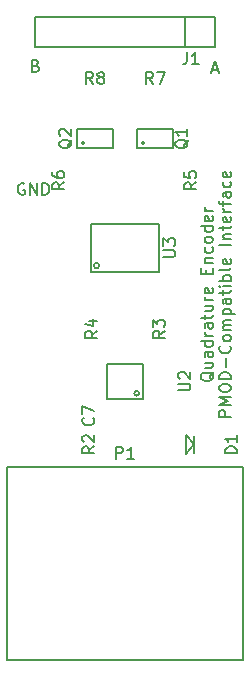
<source format=gbr>
G04 #@! TF.FileFunction,Legend,Top*
%FSLAX46Y46*%
G04 Gerber Fmt 4.6, Leading zero omitted, Abs format (unit mm)*
G04 Created by KiCad (PCBNEW no-vcs-found-product) date Fri 17 Jul 2015 01:59:30 PM CDT*
%MOMM*%
G01*
G04 APERTURE LIST*
%ADD10C,0.100000*%
%ADD11C,0.150000*%
G04 APERTURE END LIST*
D10*
D11*
X133757619Y-101313430D02*
X133710000Y-101408668D01*
X133614762Y-101503906D01*
X133471905Y-101646763D01*
X133424286Y-101742002D01*
X133424286Y-101837240D01*
X133662381Y-101789621D02*
X133614762Y-101884859D01*
X133519524Y-101980097D01*
X133329048Y-102027716D01*
X132995714Y-102027716D01*
X132805238Y-101980097D01*
X132710000Y-101884859D01*
X132662381Y-101789621D01*
X132662381Y-101599144D01*
X132710000Y-101503906D01*
X132805238Y-101408668D01*
X132995714Y-101361049D01*
X133329048Y-101361049D01*
X133519524Y-101408668D01*
X133614762Y-101503906D01*
X133662381Y-101599144D01*
X133662381Y-101789621D01*
X132995714Y-100503906D02*
X133662381Y-100503906D01*
X132995714Y-100932478D02*
X133519524Y-100932478D01*
X133614762Y-100884859D01*
X133662381Y-100789621D01*
X133662381Y-100646763D01*
X133614762Y-100551525D01*
X133567143Y-100503906D01*
X133662381Y-99599144D02*
X133138571Y-99599144D01*
X133043333Y-99646763D01*
X132995714Y-99742001D01*
X132995714Y-99932478D01*
X133043333Y-100027716D01*
X133614762Y-99599144D02*
X133662381Y-99694382D01*
X133662381Y-99932478D01*
X133614762Y-100027716D01*
X133519524Y-100075335D01*
X133424286Y-100075335D01*
X133329048Y-100027716D01*
X133281429Y-99932478D01*
X133281429Y-99694382D01*
X133233810Y-99599144D01*
X133662381Y-98694382D02*
X132662381Y-98694382D01*
X133614762Y-98694382D02*
X133662381Y-98789620D01*
X133662381Y-98980097D01*
X133614762Y-99075335D01*
X133567143Y-99122954D01*
X133471905Y-99170573D01*
X133186190Y-99170573D01*
X133090952Y-99122954D01*
X133043333Y-99075335D01*
X132995714Y-98980097D01*
X132995714Y-98789620D01*
X133043333Y-98694382D01*
X133662381Y-98218192D02*
X132995714Y-98218192D01*
X133186190Y-98218192D02*
X133090952Y-98170573D01*
X133043333Y-98122954D01*
X132995714Y-98027716D01*
X132995714Y-97932477D01*
X133662381Y-97170572D02*
X133138571Y-97170572D01*
X133043333Y-97218191D01*
X132995714Y-97313429D01*
X132995714Y-97503906D01*
X133043333Y-97599144D01*
X133614762Y-97170572D02*
X133662381Y-97265810D01*
X133662381Y-97503906D01*
X133614762Y-97599144D01*
X133519524Y-97646763D01*
X133424286Y-97646763D01*
X133329048Y-97599144D01*
X133281429Y-97503906D01*
X133281429Y-97265810D01*
X133233810Y-97170572D01*
X132995714Y-96837239D02*
X132995714Y-96456287D01*
X132662381Y-96694382D02*
X133519524Y-96694382D01*
X133614762Y-96646763D01*
X133662381Y-96551525D01*
X133662381Y-96456287D01*
X132995714Y-95694381D02*
X133662381Y-95694381D01*
X132995714Y-96122953D02*
X133519524Y-96122953D01*
X133614762Y-96075334D01*
X133662381Y-95980096D01*
X133662381Y-95837238D01*
X133614762Y-95742000D01*
X133567143Y-95694381D01*
X133662381Y-95218191D02*
X132995714Y-95218191D01*
X133186190Y-95218191D02*
X133090952Y-95170572D01*
X133043333Y-95122953D01*
X132995714Y-95027715D01*
X132995714Y-94932476D01*
X133614762Y-94218190D02*
X133662381Y-94313428D01*
X133662381Y-94503905D01*
X133614762Y-94599143D01*
X133519524Y-94646762D01*
X133138571Y-94646762D01*
X133043333Y-94599143D01*
X132995714Y-94503905D01*
X132995714Y-94313428D01*
X133043333Y-94218190D01*
X133138571Y-94170571D01*
X133233810Y-94170571D01*
X133329048Y-94646762D01*
X133138571Y-92980095D02*
X133138571Y-92646761D01*
X133662381Y-92503904D02*
X133662381Y-92980095D01*
X132662381Y-92980095D01*
X132662381Y-92503904D01*
X132995714Y-92075333D02*
X133662381Y-92075333D01*
X133090952Y-92075333D02*
X133043333Y-92027714D01*
X132995714Y-91932476D01*
X132995714Y-91789618D01*
X133043333Y-91694380D01*
X133138571Y-91646761D01*
X133662381Y-91646761D01*
X133614762Y-90741999D02*
X133662381Y-90837237D01*
X133662381Y-91027714D01*
X133614762Y-91122952D01*
X133567143Y-91170571D01*
X133471905Y-91218190D01*
X133186190Y-91218190D01*
X133090952Y-91170571D01*
X133043333Y-91122952D01*
X132995714Y-91027714D01*
X132995714Y-90837237D01*
X133043333Y-90741999D01*
X133662381Y-90170571D02*
X133614762Y-90265809D01*
X133567143Y-90313428D01*
X133471905Y-90361047D01*
X133186190Y-90361047D01*
X133090952Y-90313428D01*
X133043333Y-90265809D01*
X132995714Y-90170571D01*
X132995714Y-90027713D01*
X133043333Y-89932475D01*
X133090952Y-89884856D01*
X133186190Y-89837237D01*
X133471905Y-89837237D01*
X133567143Y-89884856D01*
X133614762Y-89932475D01*
X133662381Y-90027713D01*
X133662381Y-90170571D01*
X133662381Y-88980094D02*
X132662381Y-88980094D01*
X133614762Y-88980094D02*
X133662381Y-89075332D01*
X133662381Y-89265809D01*
X133614762Y-89361047D01*
X133567143Y-89408666D01*
X133471905Y-89456285D01*
X133186190Y-89456285D01*
X133090952Y-89408666D01*
X133043333Y-89361047D01*
X132995714Y-89265809D01*
X132995714Y-89075332D01*
X133043333Y-88980094D01*
X133614762Y-88122951D02*
X133662381Y-88218189D01*
X133662381Y-88408666D01*
X133614762Y-88503904D01*
X133519524Y-88551523D01*
X133138571Y-88551523D01*
X133043333Y-88503904D01*
X132995714Y-88408666D01*
X132995714Y-88218189D01*
X133043333Y-88122951D01*
X133138571Y-88075332D01*
X133233810Y-88075332D01*
X133329048Y-88551523D01*
X133662381Y-87646761D02*
X132995714Y-87646761D01*
X133186190Y-87646761D02*
X133090952Y-87599142D01*
X133043333Y-87551523D01*
X132995714Y-87456285D01*
X132995714Y-87361046D01*
X135212381Y-105099144D02*
X134212381Y-105099144D01*
X134212381Y-104718191D01*
X134260000Y-104622953D01*
X134307619Y-104575334D01*
X134402857Y-104527715D01*
X134545714Y-104527715D01*
X134640952Y-104575334D01*
X134688571Y-104622953D01*
X134736190Y-104718191D01*
X134736190Y-105099144D01*
X135212381Y-104099144D02*
X134212381Y-104099144D01*
X134926667Y-103765810D01*
X134212381Y-103432477D01*
X135212381Y-103432477D01*
X134212381Y-102765811D02*
X134212381Y-102575334D01*
X134260000Y-102480096D01*
X134355238Y-102384858D01*
X134545714Y-102337239D01*
X134879048Y-102337239D01*
X135069524Y-102384858D01*
X135164762Y-102480096D01*
X135212381Y-102575334D01*
X135212381Y-102765811D01*
X135164762Y-102861049D01*
X135069524Y-102956287D01*
X134879048Y-103003906D01*
X134545714Y-103003906D01*
X134355238Y-102956287D01*
X134260000Y-102861049D01*
X134212381Y-102765811D01*
X135212381Y-101908668D02*
X134212381Y-101908668D01*
X134212381Y-101670573D01*
X134260000Y-101527715D01*
X134355238Y-101432477D01*
X134450476Y-101384858D01*
X134640952Y-101337239D01*
X134783810Y-101337239D01*
X134974286Y-101384858D01*
X135069524Y-101432477D01*
X135164762Y-101527715D01*
X135212381Y-101670573D01*
X135212381Y-101908668D01*
X134831429Y-100908668D02*
X134831429Y-100146763D01*
X135117143Y-99099144D02*
X135164762Y-99146763D01*
X135212381Y-99289620D01*
X135212381Y-99384858D01*
X135164762Y-99527716D01*
X135069524Y-99622954D01*
X134974286Y-99670573D01*
X134783810Y-99718192D01*
X134640952Y-99718192D01*
X134450476Y-99670573D01*
X134355238Y-99622954D01*
X134260000Y-99527716D01*
X134212381Y-99384858D01*
X134212381Y-99289620D01*
X134260000Y-99146763D01*
X134307619Y-99099144D01*
X135212381Y-98527716D02*
X135164762Y-98622954D01*
X135117143Y-98670573D01*
X135021905Y-98718192D01*
X134736190Y-98718192D01*
X134640952Y-98670573D01*
X134593333Y-98622954D01*
X134545714Y-98527716D01*
X134545714Y-98384858D01*
X134593333Y-98289620D01*
X134640952Y-98242001D01*
X134736190Y-98194382D01*
X135021905Y-98194382D01*
X135117143Y-98242001D01*
X135164762Y-98289620D01*
X135212381Y-98384858D01*
X135212381Y-98527716D01*
X135212381Y-97765811D02*
X134545714Y-97765811D01*
X134640952Y-97765811D02*
X134593333Y-97718192D01*
X134545714Y-97622954D01*
X134545714Y-97480096D01*
X134593333Y-97384858D01*
X134688571Y-97337239D01*
X135212381Y-97337239D01*
X134688571Y-97337239D02*
X134593333Y-97289620D01*
X134545714Y-97194382D01*
X134545714Y-97051525D01*
X134593333Y-96956287D01*
X134688571Y-96908668D01*
X135212381Y-96908668D01*
X134545714Y-96432478D02*
X135545714Y-96432478D01*
X134593333Y-96432478D02*
X134545714Y-96337240D01*
X134545714Y-96146763D01*
X134593333Y-96051525D01*
X134640952Y-96003906D01*
X134736190Y-95956287D01*
X135021905Y-95956287D01*
X135117143Y-96003906D01*
X135164762Y-96051525D01*
X135212381Y-96146763D01*
X135212381Y-96337240D01*
X135164762Y-96432478D01*
X135212381Y-95099144D02*
X134688571Y-95099144D01*
X134593333Y-95146763D01*
X134545714Y-95242001D01*
X134545714Y-95432478D01*
X134593333Y-95527716D01*
X135164762Y-95099144D02*
X135212381Y-95194382D01*
X135212381Y-95432478D01*
X135164762Y-95527716D01*
X135069524Y-95575335D01*
X134974286Y-95575335D01*
X134879048Y-95527716D01*
X134831429Y-95432478D01*
X134831429Y-95194382D01*
X134783810Y-95099144D01*
X134545714Y-94765811D02*
X134545714Y-94384859D01*
X134212381Y-94622954D02*
X135069524Y-94622954D01*
X135164762Y-94575335D01*
X135212381Y-94480097D01*
X135212381Y-94384859D01*
X135212381Y-94051525D02*
X134545714Y-94051525D01*
X134212381Y-94051525D02*
X134260000Y-94099144D01*
X134307619Y-94051525D01*
X134260000Y-94003906D01*
X134212381Y-94051525D01*
X134307619Y-94051525D01*
X135212381Y-93575335D02*
X134212381Y-93575335D01*
X134593333Y-93575335D02*
X134545714Y-93480097D01*
X134545714Y-93289620D01*
X134593333Y-93194382D01*
X134640952Y-93146763D01*
X134736190Y-93099144D01*
X135021905Y-93099144D01*
X135117143Y-93146763D01*
X135164762Y-93194382D01*
X135212381Y-93289620D01*
X135212381Y-93480097D01*
X135164762Y-93575335D01*
X135212381Y-92527716D02*
X135164762Y-92622954D01*
X135069524Y-92670573D01*
X134212381Y-92670573D01*
X135164762Y-91765810D02*
X135212381Y-91861048D01*
X135212381Y-92051525D01*
X135164762Y-92146763D01*
X135069524Y-92194382D01*
X134688571Y-92194382D01*
X134593333Y-92146763D01*
X134545714Y-92051525D01*
X134545714Y-91861048D01*
X134593333Y-91765810D01*
X134688571Y-91718191D01*
X134783810Y-91718191D01*
X134879048Y-92194382D01*
X135212381Y-90527715D02*
X134212381Y-90527715D01*
X134545714Y-90051525D02*
X135212381Y-90051525D01*
X134640952Y-90051525D02*
X134593333Y-90003906D01*
X134545714Y-89908668D01*
X134545714Y-89765810D01*
X134593333Y-89670572D01*
X134688571Y-89622953D01*
X135212381Y-89622953D01*
X134545714Y-89289620D02*
X134545714Y-88908668D01*
X134212381Y-89146763D02*
X135069524Y-89146763D01*
X135164762Y-89099144D01*
X135212381Y-89003906D01*
X135212381Y-88908668D01*
X135164762Y-88194381D02*
X135212381Y-88289619D01*
X135212381Y-88480096D01*
X135164762Y-88575334D01*
X135069524Y-88622953D01*
X134688571Y-88622953D01*
X134593333Y-88575334D01*
X134545714Y-88480096D01*
X134545714Y-88289619D01*
X134593333Y-88194381D01*
X134688571Y-88146762D01*
X134783810Y-88146762D01*
X134879048Y-88622953D01*
X135212381Y-87718191D02*
X134545714Y-87718191D01*
X134736190Y-87718191D02*
X134640952Y-87670572D01*
X134593333Y-87622953D01*
X134545714Y-87527715D01*
X134545714Y-87432476D01*
X134545714Y-87242000D02*
X134545714Y-86861048D01*
X135212381Y-87099143D02*
X134355238Y-87099143D01*
X134260000Y-87051524D01*
X134212381Y-86956286D01*
X134212381Y-86861048D01*
X135212381Y-86099142D02*
X134688571Y-86099142D01*
X134593333Y-86146761D01*
X134545714Y-86241999D01*
X134545714Y-86432476D01*
X134593333Y-86527714D01*
X135164762Y-86099142D02*
X135212381Y-86194380D01*
X135212381Y-86432476D01*
X135164762Y-86527714D01*
X135069524Y-86575333D01*
X134974286Y-86575333D01*
X134879048Y-86527714D01*
X134831429Y-86432476D01*
X134831429Y-86194380D01*
X134783810Y-86099142D01*
X135164762Y-85194380D02*
X135212381Y-85289618D01*
X135212381Y-85480095D01*
X135164762Y-85575333D01*
X135117143Y-85622952D01*
X135021905Y-85670571D01*
X134736190Y-85670571D01*
X134640952Y-85622952D01*
X134593333Y-85575333D01*
X134545714Y-85480095D01*
X134545714Y-85289618D01*
X134593333Y-85194380D01*
X135164762Y-84384856D02*
X135212381Y-84480094D01*
X135212381Y-84670571D01*
X135164762Y-84765809D01*
X135069524Y-84813428D01*
X134688571Y-84813428D01*
X134593333Y-84765809D01*
X134545714Y-84670571D01*
X134545714Y-84480094D01*
X134593333Y-84384856D01*
X134688571Y-84337237D01*
X134783810Y-84337237D01*
X134879048Y-84813428D01*
X117729096Y-85352000D02*
X117633858Y-85304381D01*
X117491001Y-85304381D01*
X117348143Y-85352000D01*
X117252905Y-85447238D01*
X117205286Y-85542476D01*
X117157667Y-85732952D01*
X117157667Y-85875810D01*
X117205286Y-86066286D01*
X117252905Y-86161524D01*
X117348143Y-86256762D01*
X117491001Y-86304381D01*
X117586239Y-86304381D01*
X117729096Y-86256762D01*
X117776715Y-86209143D01*
X117776715Y-85875810D01*
X117586239Y-85875810D01*
X118205286Y-86304381D02*
X118205286Y-85304381D01*
X118776715Y-86304381D01*
X118776715Y-85304381D01*
X119252905Y-86304381D02*
X119252905Y-85304381D01*
X119491000Y-85304381D01*
X119633858Y-85352000D01*
X119729096Y-85447238D01*
X119776715Y-85542476D01*
X119824334Y-85732952D01*
X119824334Y-85875810D01*
X119776715Y-86066286D01*
X119729096Y-86161524D01*
X119633858Y-86256762D01*
X119491000Y-86304381D01*
X119252905Y-86304381D01*
X118689429Y-75366571D02*
X118832286Y-75414190D01*
X118879905Y-75461810D01*
X118927524Y-75557048D01*
X118927524Y-75699905D01*
X118879905Y-75795143D01*
X118832286Y-75842762D01*
X118737048Y-75890381D01*
X118356095Y-75890381D01*
X118356095Y-74890381D01*
X118689429Y-74890381D01*
X118784667Y-74938000D01*
X118832286Y-74985619D01*
X118879905Y-75080857D01*
X118879905Y-75176095D01*
X118832286Y-75271333D01*
X118784667Y-75318952D01*
X118689429Y-75366571D01*
X118356095Y-75366571D01*
X133619905Y-75731667D02*
X134096096Y-75731667D01*
X133524667Y-76017381D02*
X133858000Y-75017381D01*
X134191334Y-76017381D01*
X132126000Y-108042000D02*
X132126000Y-108142000D01*
X132126000Y-106742000D02*
X132126000Y-108042000D01*
X132126000Y-107442000D02*
X131426000Y-106642000D01*
X131426000Y-108242000D02*
X132126000Y-107442000D01*
X131426000Y-108242000D02*
X131426000Y-106642000D01*
X131318000Y-71247000D02*
X131318000Y-73787000D01*
X133858000Y-71247000D02*
X133858000Y-73787000D01*
X133858000Y-73787000D02*
X118618000Y-73787000D01*
X118618000Y-73787000D02*
X118618000Y-71247000D01*
X118618000Y-71247000D02*
X133858000Y-71247000D01*
X127919421Y-81934000D02*
G75*
G03X127919421Y-81934000I-141421J0D01*
G01*
X130278000Y-82334000D02*
X130278000Y-80734000D01*
X130278000Y-80734000D02*
X127278000Y-80734000D01*
X127278000Y-80734000D02*
X127278000Y-82334000D01*
X127278000Y-82334000D02*
X130278000Y-82334000D01*
X122839421Y-81934000D02*
G75*
G03X122839421Y-81934000I-141421J0D01*
G01*
X125198000Y-82334000D02*
X125198000Y-80734000D01*
X125198000Y-80734000D02*
X122198000Y-80734000D01*
X122198000Y-80734000D02*
X122198000Y-82334000D01*
X122198000Y-82334000D02*
X125198000Y-82334000D01*
X127438000Y-103108000D02*
G75*
G03X127438000Y-103108000I-200000J0D01*
G01*
X124738000Y-103608000D02*
X124738000Y-100608000D01*
X124738000Y-100608000D02*
X127738000Y-100608000D01*
X127738000Y-100608000D02*
X127738000Y-103608000D01*
X127738000Y-103608000D02*
X124738000Y-103608000D01*
X123338000Y-88805000D02*
X129138000Y-88805000D01*
X129138000Y-88805000D02*
X129138000Y-92805000D01*
X129138000Y-92805000D02*
X123338000Y-92805000D01*
X123338000Y-88805000D02*
X123338000Y-92805000D01*
X124061607Y-92305000D02*
G75*
G03X124061607Y-92305000I-223607J0D01*
G01*
X116238000Y-109890000D02*
X116238000Y-109390000D01*
X116238000Y-109390000D02*
X136238000Y-109390000D01*
X136238000Y-109390000D02*
X136238000Y-109890000D01*
X136238000Y-125690000D02*
X136238000Y-109890000D01*
X116238000Y-109890000D02*
X116238000Y-125690000D01*
X135338000Y-125690000D02*
X136238000Y-125690000D01*
X117138000Y-125690000D02*
X116238000Y-125690000D01*
X117138000Y-125690000D02*
X135338000Y-125690000D01*
X135707381Y-108180095D02*
X134707381Y-108180095D01*
X134707381Y-107942000D01*
X134755000Y-107799142D01*
X134850238Y-107703904D01*
X134945476Y-107656285D01*
X135135952Y-107608666D01*
X135278810Y-107608666D01*
X135469286Y-107656285D01*
X135564524Y-107703904D01*
X135659762Y-107799142D01*
X135707381Y-107942000D01*
X135707381Y-108180095D01*
X135707381Y-106656285D02*
X135707381Y-107227714D01*
X135707381Y-106942000D02*
X134707381Y-106942000D01*
X134850238Y-107037238D01*
X134945476Y-107132476D01*
X134993095Y-107227714D01*
X131492667Y-74255381D02*
X131492667Y-74969667D01*
X131445047Y-75112524D01*
X131349809Y-75207762D01*
X131206952Y-75255381D01*
X131111714Y-75255381D01*
X132492667Y-75255381D02*
X131921238Y-75255381D01*
X132206952Y-75255381D02*
X132206952Y-74255381D01*
X132111714Y-74398238D01*
X132016476Y-74493476D01*
X131921238Y-74541095D01*
X131611619Y-81629238D02*
X131564000Y-81724476D01*
X131468762Y-81819714D01*
X131325905Y-81962571D01*
X131278286Y-82057810D01*
X131278286Y-82153048D01*
X131516381Y-82105429D02*
X131468762Y-82200667D01*
X131373524Y-82295905D01*
X131183048Y-82343524D01*
X130849714Y-82343524D01*
X130659238Y-82295905D01*
X130564000Y-82200667D01*
X130516381Y-82105429D01*
X130516381Y-81914952D01*
X130564000Y-81819714D01*
X130659238Y-81724476D01*
X130849714Y-81676857D01*
X131183048Y-81676857D01*
X131373524Y-81724476D01*
X131468762Y-81819714D01*
X131516381Y-81914952D01*
X131516381Y-82105429D01*
X131516381Y-80724476D02*
X131516381Y-81295905D01*
X131516381Y-81010191D02*
X130516381Y-81010191D01*
X130659238Y-81105429D01*
X130754476Y-81200667D01*
X130802095Y-81295905D01*
X121745619Y-81629238D02*
X121698000Y-81724476D01*
X121602762Y-81819714D01*
X121459905Y-81962571D01*
X121412286Y-82057810D01*
X121412286Y-82153048D01*
X121650381Y-82105429D02*
X121602762Y-82200667D01*
X121507524Y-82295905D01*
X121317048Y-82343524D01*
X120983714Y-82343524D01*
X120793238Y-82295905D01*
X120698000Y-82200667D01*
X120650381Y-82105429D01*
X120650381Y-81914952D01*
X120698000Y-81819714D01*
X120793238Y-81724476D01*
X120983714Y-81676857D01*
X121317048Y-81676857D01*
X121507524Y-81724476D01*
X121602762Y-81819714D01*
X121650381Y-81914952D01*
X121650381Y-82105429D01*
X120745619Y-81295905D02*
X120698000Y-81248286D01*
X120650381Y-81153048D01*
X120650381Y-80914952D01*
X120698000Y-80819714D01*
X120745619Y-80772095D01*
X120840857Y-80724476D01*
X120936095Y-80724476D01*
X121078952Y-80772095D01*
X121650381Y-81343524D01*
X121650381Y-80724476D01*
X123642381Y-107608666D02*
X123166190Y-107942000D01*
X123642381Y-108180095D02*
X122642381Y-108180095D01*
X122642381Y-107799142D01*
X122690000Y-107703904D01*
X122737619Y-107656285D01*
X122832857Y-107608666D01*
X122975714Y-107608666D01*
X123070952Y-107656285D01*
X123118571Y-107703904D01*
X123166190Y-107799142D01*
X123166190Y-108180095D01*
X122737619Y-107227714D02*
X122690000Y-107180095D01*
X122642381Y-107084857D01*
X122642381Y-106846761D01*
X122690000Y-106751523D01*
X122737619Y-106703904D01*
X122832857Y-106656285D01*
X122928095Y-106656285D01*
X123070952Y-106703904D01*
X123642381Y-107275333D01*
X123642381Y-106656285D01*
X129611381Y-97829666D02*
X129135190Y-98163000D01*
X129611381Y-98401095D02*
X128611381Y-98401095D01*
X128611381Y-98020142D01*
X128659000Y-97924904D01*
X128706619Y-97877285D01*
X128801857Y-97829666D01*
X128944714Y-97829666D01*
X129039952Y-97877285D01*
X129087571Y-97924904D01*
X129135190Y-98020142D01*
X129135190Y-98401095D01*
X128611381Y-97496333D02*
X128611381Y-96877285D01*
X128992333Y-97210619D01*
X128992333Y-97067761D01*
X129039952Y-96972523D01*
X129087571Y-96924904D01*
X129182810Y-96877285D01*
X129420905Y-96877285D01*
X129516143Y-96924904D01*
X129563762Y-96972523D01*
X129611381Y-97067761D01*
X129611381Y-97353476D01*
X129563762Y-97448714D01*
X129516143Y-97496333D01*
X123896381Y-97829666D02*
X123420190Y-98163000D01*
X123896381Y-98401095D02*
X122896381Y-98401095D01*
X122896381Y-98020142D01*
X122944000Y-97924904D01*
X122991619Y-97877285D01*
X123086857Y-97829666D01*
X123229714Y-97829666D01*
X123324952Y-97877285D01*
X123372571Y-97924904D01*
X123420190Y-98020142D01*
X123420190Y-98401095D01*
X123229714Y-96972523D02*
X123896381Y-96972523D01*
X122848762Y-97210619D02*
X123563048Y-97448714D01*
X123563048Y-96829666D01*
X132278381Y-85256666D02*
X131802190Y-85590000D01*
X132278381Y-85828095D02*
X131278381Y-85828095D01*
X131278381Y-85447142D01*
X131326000Y-85351904D01*
X131373619Y-85304285D01*
X131468857Y-85256666D01*
X131611714Y-85256666D01*
X131706952Y-85304285D01*
X131754571Y-85351904D01*
X131802190Y-85447142D01*
X131802190Y-85828095D01*
X131278381Y-84351904D02*
X131278381Y-84828095D01*
X131754571Y-84875714D01*
X131706952Y-84828095D01*
X131659333Y-84732857D01*
X131659333Y-84494761D01*
X131706952Y-84399523D01*
X131754571Y-84351904D01*
X131849810Y-84304285D01*
X132087905Y-84304285D01*
X132183143Y-84351904D01*
X132230762Y-84399523D01*
X132278381Y-84494761D01*
X132278381Y-84732857D01*
X132230762Y-84828095D01*
X132183143Y-84875714D01*
X121102381Y-85256666D02*
X120626190Y-85590000D01*
X121102381Y-85828095D02*
X120102381Y-85828095D01*
X120102381Y-85447142D01*
X120150000Y-85351904D01*
X120197619Y-85304285D01*
X120292857Y-85256666D01*
X120435714Y-85256666D01*
X120530952Y-85304285D01*
X120578571Y-85351904D01*
X120626190Y-85447142D01*
X120626190Y-85828095D01*
X120102381Y-84399523D02*
X120102381Y-84590000D01*
X120150000Y-84685238D01*
X120197619Y-84732857D01*
X120340476Y-84828095D01*
X120530952Y-84875714D01*
X120911905Y-84875714D01*
X121007143Y-84828095D01*
X121054762Y-84780476D01*
X121102381Y-84685238D01*
X121102381Y-84494761D01*
X121054762Y-84399523D01*
X121007143Y-84351904D01*
X120911905Y-84304285D01*
X120673810Y-84304285D01*
X120578571Y-84351904D01*
X120530952Y-84399523D01*
X120483333Y-84494761D01*
X120483333Y-84685238D01*
X120530952Y-84780476D01*
X120578571Y-84828095D01*
X120673810Y-84875714D01*
X128611334Y-76906381D02*
X128278000Y-76430190D01*
X128039905Y-76906381D02*
X128039905Y-75906381D01*
X128420858Y-75906381D01*
X128516096Y-75954000D01*
X128563715Y-76001619D01*
X128611334Y-76096857D01*
X128611334Y-76239714D01*
X128563715Y-76334952D01*
X128516096Y-76382571D01*
X128420858Y-76430190D01*
X128039905Y-76430190D01*
X128944667Y-75906381D02*
X129611334Y-75906381D01*
X129182762Y-76906381D01*
X123531334Y-76906381D02*
X123198000Y-76430190D01*
X122959905Y-76906381D02*
X122959905Y-75906381D01*
X123340858Y-75906381D01*
X123436096Y-75954000D01*
X123483715Y-76001619D01*
X123531334Y-76096857D01*
X123531334Y-76239714D01*
X123483715Y-76334952D01*
X123436096Y-76382571D01*
X123340858Y-76430190D01*
X122959905Y-76430190D01*
X124102762Y-76334952D02*
X124007524Y-76287333D01*
X123959905Y-76239714D01*
X123912286Y-76144476D01*
X123912286Y-76096857D01*
X123959905Y-76001619D01*
X124007524Y-75954000D01*
X124102762Y-75906381D01*
X124293239Y-75906381D01*
X124388477Y-75954000D01*
X124436096Y-76001619D01*
X124483715Y-76096857D01*
X124483715Y-76144476D01*
X124436096Y-76239714D01*
X124388477Y-76287333D01*
X124293239Y-76334952D01*
X124102762Y-76334952D01*
X124007524Y-76382571D01*
X123959905Y-76430190D01*
X123912286Y-76525429D01*
X123912286Y-76715905D01*
X123959905Y-76811143D01*
X124007524Y-76858762D01*
X124102762Y-76906381D01*
X124293239Y-76906381D01*
X124388477Y-76858762D01*
X124436096Y-76811143D01*
X124483715Y-76715905D01*
X124483715Y-76525429D01*
X124436096Y-76430190D01*
X124388477Y-76382571D01*
X124293239Y-76334952D01*
X130770381Y-102869905D02*
X131579905Y-102869905D01*
X131675143Y-102822286D01*
X131722762Y-102774667D01*
X131770381Y-102679429D01*
X131770381Y-102488952D01*
X131722762Y-102393714D01*
X131675143Y-102346095D01*
X131579905Y-102298476D01*
X130770381Y-102298476D01*
X130865619Y-101869905D02*
X130818000Y-101822286D01*
X130770381Y-101727048D01*
X130770381Y-101488952D01*
X130818000Y-101393714D01*
X130865619Y-101346095D01*
X130960857Y-101298476D01*
X131056095Y-101298476D01*
X131198952Y-101346095D01*
X131770381Y-101917524D01*
X131770381Y-101298476D01*
X129490381Y-91566905D02*
X130299905Y-91566905D01*
X130395143Y-91519286D01*
X130442762Y-91471667D01*
X130490381Y-91376429D01*
X130490381Y-91185952D01*
X130442762Y-91090714D01*
X130395143Y-91043095D01*
X130299905Y-90995476D01*
X129490381Y-90995476D01*
X129490381Y-90614524D02*
X129490381Y-89995476D01*
X129871333Y-90328810D01*
X129871333Y-90185952D01*
X129918952Y-90090714D01*
X129966571Y-90043095D01*
X130061810Y-89995476D01*
X130299905Y-89995476D01*
X130395143Y-90043095D01*
X130442762Y-90090714D01*
X130490381Y-90185952D01*
X130490381Y-90471667D01*
X130442762Y-90566905D01*
X130395143Y-90614524D01*
X123547143Y-105195666D02*
X123594762Y-105243285D01*
X123642381Y-105386142D01*
X123642381Y-105481380D01*
X123594762Y-105624238D01*
X123499524Y-105719476D01*
X123404286Y-105767095D01*
X123213810Y-105814714D01*
X123070952Y-105814714D01*
X122880476Y-105767095D01*
X122785238Y-105719476D01*
X122690000Y-105624238D01*
X122642381Y-105481380D01*
X122642381Y-105386142D01*
X122690000Y-105243285D01*
X122737619Y-105195666D01*
X122642381Y-104862333D02*
X122642381Y-104195666D01*
X123642381Y-104624238D01*
X125499905Y-108642381D02*
X125499905Y-107642381D01*
X125880858Y-107642381D01*
X125976096Y-107690000D01*
X126023715Y-107737619D01*
X126071334Y-107832857D01*
X126071334Y-107975714D01*
X126023715Y-108070952D01*
X125976096Y-108118571D01*
X125880858Y-108166190D01*
X125499905Y-108166190D01*
X127023715Y-108642381D02*
X126452286Y-108642381D01*
X126738000Y-108642381D02*
X126738000Y-107642381D01*
X126642762Y-107785238D01*
X126547524Y-107880476D01*
X126452286Y-107928095D01*
M02*

</source>
